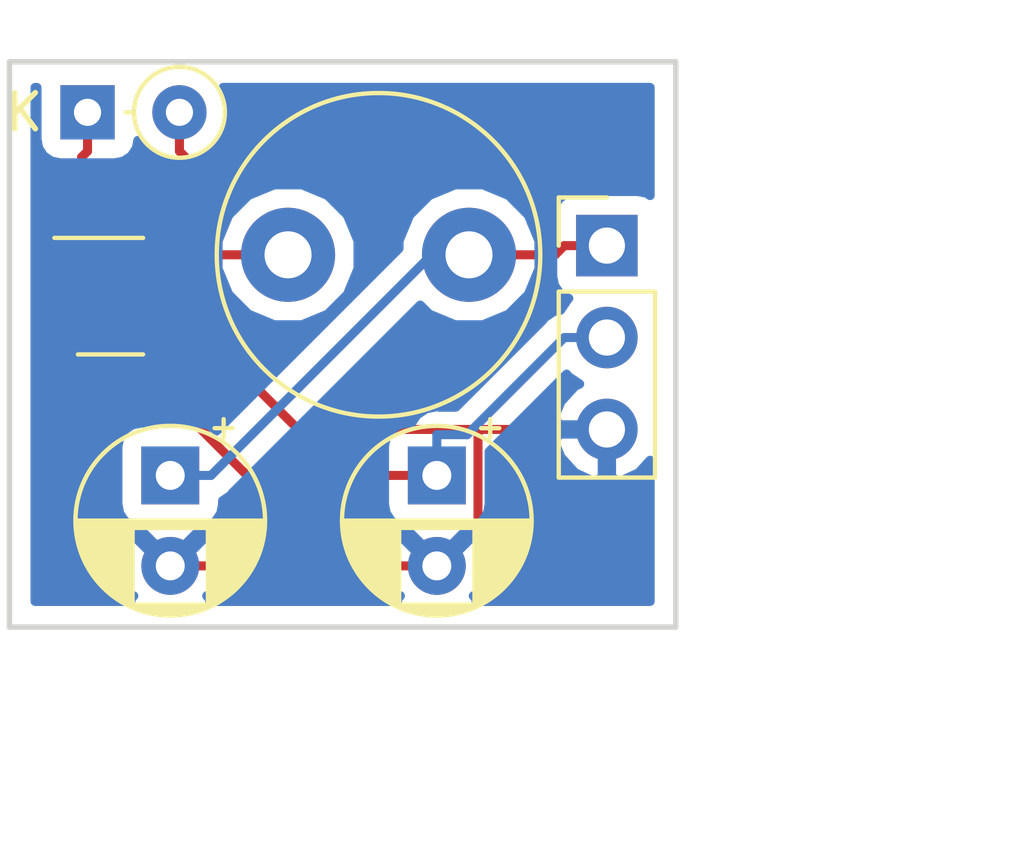
<source format=kicad_pcb>
(kicad_pcb (version 20171130) (host pcbnew 5.0.2+dfsg1-1~bpo9+1)

  (general
    (thickness 1.6)
    (drawings 6)
    (tracks 34)
    (zones 0)
    (modules 6)
    (nets 6)
  )

  (page A4)
  (layers
    (0 F.Cu signal)
    (31 B.Cu signal)
    (32 B.Adhes user)
    (33 F.Adhes user)
    (34 B.Paste user)
    (35 F.Paste user)
    (36 B.SilkS user)
    (37 F.SilkS user)
    (38 B.Mask user)
    (39 F.Mask user)
    (40 Dwgs.User user)
    (41 Cmts.User user)
    (42 Eco1.User user)
    (43 Eco2.User user)
    (44 Edge.Cuts user)
    (45 Margin user)
    (46 B.CrtYd user)
    (47 F.CrtYd user)
    (48 B.Fab user)
    (49 F.Fab user)
  )

  (setup
    (last_trace_width 0.25)
    (trace_clearance 0.2)
    (zone_clearance 0.508)
    (zone_45_only no)
    (trace_min 0.2)
    (segment_width 0.2)
    (edge_width 0.15)
    (via_size 0.8)
    (via_drill 0.4)
    (via_min_size 0.4)
    (via_min_drill 0.3)
    (uvia_size 0.3)
    (uvia_drill 0.1)
    (uvias_allowed no)
    (uvia_min_size 0.2)
    (uvia_min_drill 0.1)
    (pcb_text_width 0.3)
    (pcb_text_size 1.5 1.5)
    (mod_edge_width 0.15)
    (mod_text_size 1 1)
    (mod_text_width 0.15)
    (pad_size 1.524 1.524)
    (pad_drill 0.762)
    (pad_to_mask_clearance 0.051)
    (solder_mask_min_width 0.25)
    (aux_axis_origin 0 0)
    (visible_elements FFFFFF7F)
    (pcbplotparams
      (layerselection 0x010fc_ffffffff)
      (usegerberextensions true)
      (usegerberattributes false)
      (usegerberadvancedattributes false)
      (creategerberjobfile false)
      (excludeedgelayer true)
      (linewidth 0.100000)
      (plotframeref false)
      (viasonmask false)
      (mode 1)
      (useauxorigin false)
      (hpglpennumber 1)
      (hpglpenspeed 20)
      (hpglpendiameter 15.000000)
      (psnegative false)
      (psa4output false)
      (plotreference true)
      (plotvalue true)
      (plotinvisibletext true)
      (padsonsilk false)
      (subtractmaskfromsilk false)
      (outputformat 1)
      (mirror false)
      (drillshape 0)
      (scaleselection 1)
      (outputdirectory "gerbers"))
  )

  (net 0 "")
  (net 1 /Vout)
  (net 2 "Net-(U1-Pad3)")
  (net 3 GND)
  (net 4 "Net-(D1-Pad2)")
  (net 5 /Vin)

  (net_class Default "This is the default net class."
    (clearance 0.2)
    (trace_width 0.25)
    (via_dia 0.8)
    (via_drill 0.4)
    (uvia_dia 0.3)
    (uvia_drill 0.1)
    (add_net /Vin)
    (add_net /Vout)
    (add_net GND)
    (add_net "Net-(D1-Pad2)")
    (add_net "Net-(U1-Pad3)")
  )

  (module Diode_THT:D_DO-34_SOD68_P2.54mm_Vertical_KathodeUp (layer F.Cu) (tedit 5F118678) (tstamp 5F2A5A4F)
    (at 132.461 70.104)
    (descr "Diode, DO-34_SOD68 series, Axial, Vertical, pin pitch=2.54mm, , length*diameter=3.04*1.6mm^2, , https://www.nxp.com/docs/en/data-sheet/KTY83_SER.pdf")
    (tags "Diode DO-34_SOD68 series Axial Vertical pin pitch 2.54mm  length 3.04mm diameter 1.6mm")
    (path /5F106566)
    (fp_text reference D1 (at 1.27 -2.25566) (layer F.SilkS) hide
      (effects (font (size 1 1) (thickness 0.15)))
    )
    (fp_text value BAT85 (at 1.27 2.14466) (layer F.Fab)
      (effects (font (size 1 1) (thickness 0.15)))
    )
    (fp_circle (center 2.54 0) (end 3.34 0) (layer F.Fab) (width 0.1))
    (fp_circle (center 2.54 0) (end 3.79566 0) (layer F.SilkS) (width 0.12))
    (fp_line (start 0 0) (end 2.54 0) (layer F.Fab) (width 0.1))
    (fp_line (start 1.28434 0) (end 1.05 0) (layer F.SilkS) (width 0.12))
    (fp_line (start -1 -1.05) (end -1 1.05) (layer F.CrtYd) (width 0.05))
    (fp_line (start -1 1.05) (end 3.59 1.05) (layer F.CrtYd) (width 0.05))
    (fp_line (start 3.59 1.05) (end 3.59 -1.05) (layer F.CrtYd) (width 0.05))
    (fp_line (start 3.59 -1.05) (end -1 -1.05) (layer F.CrtYd) (width 0.05))
    (fp_text user %R (at 1.27 -2.25566) (layer F.Fab)
      (effects (font (size 1 1) (thickness 0.15)))
    )
    (fp_text user K (at -1.75 0) (layer F.Fab)
      (effects (font (size 1 1) (thickness 0.15)))
    )
    (fp_text user K (at -1.75 0) (layer F.SilkS)
      (effects (font (size 1 1) (thickness 0.15)))
    )
    (pad 1 thru_hole rect (at 0 0) (size 1.5 1.5) (drill 0.75) (layers *.Cu *.Mask)
      (net 1 /Vout))
    (pad 2 thru_hole oval (at 2.54 0) (size 1.5 1.5) (drill 0.75) (layers *.Cu *.Mask)
      (net 4 "Net-(D1-Pad2)"))
    (model ${KISYS3DMOD}/Diode_THT.3dshapes/D_DO-34_SOD68_P2.54mm_Vertical_KathodeUp.wrl
      (at (xyz 0 0 0))
      (scale (xyz 1 1 1))
      (rotate (xyz 0 0 0))
    )
  )

  (module Capacitor_THT:CP_Radial_D5.0mm_P2.50mm (layer F.Cu) (tedit 5F118264) (tstamp 5F1DFD37)
    (at 142.113 80.137 270)
    (descr "CP, Radial series, Radial, pin pitch=2.50mm, , diameter=5mm, Electrolytic Capacitor")
    (tags "CP Radial series Radial pin pitch 2.50mm  diameter 5mm Electrolytic Capacitor")
    (path /5F106832)
    (fp_text reference C2 (at 1.25 -3.75 270) (layer F.SilkS) hide
      (effects (font (size 1 1) (thickness 0.15)))
    )
    (fp_text value 47uF (at 1.25 3.75 270) (layer F.Fab)
      (effects (font (size 1 1) (thickness 0.15)))
    )
    (fp_text user %R (at 1.25 0 270) (layer F.Fab)
      (effects (font (size 1 1) (thickness 0.15)))
    )
    (fp_line (start -1.304775 -1.725) (end -1.304775 -1.225) (layer F.SilkS) (width 0.12))
    (fp_line (start -1.554775 -1.475) (end -1.054775 -1.475) (layer F.SilkS) (width 0.12))
    (fp_line (start 3.851 -0.284) (end 3.851 0.284) (layer F.SilkS) (width 0.12))
    (fp_line (start 3.811 -0.518) (end 3.811 0.518) (layer F.SilkS) (width 0.12))
    (fp_line (start 3.771 -0.677) (end 3.771 0.677) (layer F.SilkS) (width 0.12))
    (fp_line (start 3.731 -0.805) (end 3.731 0.805) (layer F.SilkS) (width 0.12))
    (fp_line (start 3.691 -0.915) (end 3.691 0.915) (layer F.SilkS) (width 0.12))
    (fp_line (start 3.651 -1.011) (end 3.651 1.011) (layer F.SilkS) (width 0.12))
    (fp_line (start 3.611 -1.098) (end 3.611 1.098) (layer F.SilkS) (width 0.12))
    (fp_line (start 3.571 -1.178) (end 3.571 1.178) (layer F.SilkS) (width 0.12))
    (fp_line (start 3.531 1.04) (end 3.531 1.251) (layer F.SilkS) (width 0.12))
    (fp_line (start 3.531 -1.251) (end 3.531 -1.04) (layer F.SilkS) (width 0.12))
    (fp_line (start 3.491 1.04) (end 3.491 1.319) (layer F.SilkS) (width 0.12))
    (fp_line (start 3.491 -1.319) (end 3.491 -1.04) (layer F.SilkS) (width 0.12))
    (fp_line (start 3.451 1.04) (end 3.451 1.383) (layer F.SilkS) (width 0.12))
    (fp_line (start 3.451 -1.383) (end 3.451 -1.04) (layer F.SilkS) (width 0.12))
    (fp_line (start 3.411 1.04) (end 3.411 1.443) (layer F.SilkS) (width 0.12))
    (fp_line (start 3.411 -1.443) (end 3.411 -1.04) (layer F.SilkS) (width 0.12))
    (fp_line (start 3.371 1.04) (end 3.371 1.5) (layer F.SilkS) (width 0.12))
    (fp_line (start 3.371 -1.5) (end 3.371 -1.04) (layer F.SilkS) (width 0.12))
    (fp_line (start 3.331 1.04) (end 3.331 1.554) (layer F.SilkS) (width 0.12))
    (fp_line (start 3.331 -1.554) (end 3.331 -1.04) (layer F.SilkS) (width 0.12))
    (fp_line (start 3.291 1.04) (end 3.291 1.605) (layer F.SilkS) (width 0.12))
    (fp_line (start 3.291 -1.605) (end 3.291 -1.04) (layer F.SilkS) (width 0.12))
    (fp_line (start 3.251 1.04) (end 3.251 1.653) (layer F.SilkS) (width 0.12))
    (fp_line (start 3.251 -1.653) (end 3.251 -1.04) (layer F.SilkS) (width 0.12))
    (fp_line (start 3.211 1.04) (end 3.211 1.699) (layer F.SilkS) (width 0.12))
    (fp_line (start 3.211 -1.699) (end 3.211 -1.04) (layer F.SilkS) (width 0.12))
    (fp_line (start 3.171 1.04) (end 3.171 1.743) (layer F.SilkS) (width 0.12))
    (fp_line (start 3.171 -1.743) (end 3.171 -1.04) (layer F.SilkS) (width 0.12))
    (fp_line (start 3.131 1.04) (end 3.131 1.785) (layer F.SilkS) (width 0.12))
    (fp_line (start 3.131 -1.785) (end 3.131 -1.04) (layer F.SilkS) (width 0.12))
    (fp_line (start 3.091 1.04) (end 3.091 1.826) (layer F.SilkS) (width 0.12))
    (fp_line (start 3.091 -1.826) (end 3.091 -1.04) (layer F.SilkS) (width 0.12))
    (fp_line (start 3.051 1.04) (end 3.051 1.864) (layer F.SilkS) (width 0.12))
    (fp_line (start 3.051 -1.864) (end 3.051 -1.04) (layer F.SilkS) (width 0.12))
    (fp_line (start 3.011 1.04) (end 3.011 1.901) (layer F.SilkS) (width 0.12))
    (fp_line (start 3.011 -1.901) (end 3.011 -1.04) (layer F.SilkS) (width 0.12))
    (fp_line (start 2.971 1.04) (end 2.971 1.937) (layer F.SilkS) (width 0.12))
    (fp_line (start 2.971 -1.937) (end 2.971 -1.04) (layer F.SilkS) (width 0.12))
    (fp_line (start 2.931 1.04) (end 2.931 1.971) (layer F.SilkS) (width 0.12))
    (fp_line (start 2.931 -1.971) (end 2.931 -1.04) (layer F.SilkS) (width 0.12))
    (fp_line (start 2.891 1.04) (end 2.891 2.004) (layer F.SilkS) (width 0.12))
    (fp_line (start 2.891 -2.004) (end 2.891 -1.04) (layer F.SilkS) (width 0.12))
    (fp_line (start 2.851 1.04) (end 2.851 2.035) (layer F.SilkS) (width 0.12))
    (fp_line (start 2.851 -2.035) (end 2.851 -1.04) (layer F.SilkS) (width 0.12))
    (fp_line (start 2.811 1.04) (end 2.811 2.065) (layer F.SilkS) (width 0.12))
    (fp_line (start 2.811 -2.065) (end 2.811 -1.04) (layer F.SilkS) (width 0.12))
    (fp_line (start 2.771 1.04) (end 2.771 2.095) (layer F.SilkS) (width 0.12))
    (fp_line (start 2.771 -2.095) (end 2.771 -1.04) (layer F.SilkS) (width 0.12))
    (fp_line (start 2.731 1.04) (end 2.731 2.122) (layer F.SilkS) (width 0.12))
    (fp_line (start 2.731 -2.122) (end 2.731 -1.04) (layer F.SilkS) (width 0.12))
    (fp_line (start 2.691 1.04) (end 2.691 2.149) (layer F.SilkS) (width 0.12))
    (fp_line (start 2.691 -2.149) (end 2.691 -1.04) (layer F.SilkS) (width 0.12))
    (fp_line (start 2.651 1.04) (end 2.651 2.175) (layer F.SilkS) (width 0.12))
    (fp_line (start 2.651 -2.175) (end 2.651 -1.04) (layer F.SilkS) (width 0.12))
    (fp_line (start 2.611 1.04) (end 2.611 2.2) (layer F.SilkS) (width 0.12))
    (fp_line (start 2.611 -2.2) (end 2.611 -1.04) (layer F.SilkS) (width 0.12))
    (fp_line (start 2.571 1.04) (end 2.571 2.224) (layer F.SilkS) (width 0.12))
    (fp_line (start 2.571 -2.224) (end 2.571 -1.04) (layer F.SilkS) (width 0.12))
    (fp_line (start 2.531 1.04) (end 2.531 2.247) (layer F.SilkS) (width 0.12))
    (fp_line (start 2.531 -2.247) (end 2.531 -1.04) (layer F.SilkS) (width 0.12))
    (fp_line (start 2.491 1.04) (end 2.491 2.268) (layer F.SilkS) (width 0.12))
    (fp_line (start 2.491 -2.268) (end 2.491 -1.04) (layer F.SilkS) (width 0.12))
    (fp_line (start 2.451 1.04) (end 2.451 2.29) (layer F.SilkS) (width 0.12))
    (fp_line (start 2.451 -2.29) (end 2.451 -1.04) (layer F.SilkS) (width 0.12))
    (fp_line (start 2.411 1.04) (end 2.411 2.31) (layer F.SilkS) (width 0.12))
    (fp_line (start 2.411 -2.31) (end 2.411 -1.04) (layer F.SilkS) (width 0.12))
    (fp_line (start 2.371 1.04) (end 2.371 2.329) (layer F.SilkS) (width 0.12))
    (fp_line (start 2.371 -2.329) (end 2.371 -1.04) (layer F.SilkS) (width 0.12))
    (fp_line (start 2.331 1.04) (end 2.331 2.348) (layer F.SilkS) (width 0.12))
    (fp_line (start 2.331 -2.348) (end 2.331 -1.04) (layer F.SilkS) (width 0.12))
    (fp_line (start 2.291 1.04) (end 2.291 2.365) (layer F.SilkS) (width 0.12))
    (fp_line (start 2.291 -2.365) (end 2.291 -1.04) (layer F.SilkS) (width 0.12))
    (fp_line (start 2.251 1.04) (end 2.251 2.382) (layer F.SilkS) (width 0.12))
    (fp_line (start 2.251 -2.382) (end 2.251 -1.04) (layer F.SilkS) (width 0.12))
    (fp_line (start 2.211 1.04) (end 2.211 2.398) (layer F.SilkS) (width 0.12))
    (fp_line (start 2.211 -2.398) (end 2.211 -1.04) (layer F.SilkS) (width 0.12))
    (fp_line (start 2.171 1.04) (end 2.171 2.414) (layer F.SilkS) (width 0.12))
    (fp_line (start 2.171 -2.414) (end 2.171 -1.04) (layer F.SilkS) (width 0.12))
    (fp_line (start 2.131 1.04) (end 2.131 2.428) (layer F.SilkS) (width 0.12))
    (fp_line (start 2.131 -2.428) (end 2.131 -1.04) (layer F.SilkS) (width 0.12))
    (fp_line (start 2.091 1.04) (end 2.091 2.442) (layer F.SilkS) (width 0.12))
    (fp_line (start 2.091 -2.442) (end 2.091 -1.04) (layer F.SilkS) (width 0.12))
    (fp_line (start 2.051 1.04) (end 2.051 2.455) (layer F.SilkS) (width 0.12))
    (fp_line (start 2.051 -2.455) (end 2.051 -1.04) (layer F.SilkS) (width 0.12))
    (fp_line (start 2.011 1.04) (end 2.011 2.468) (layer F.SilkS) (width 0.12))
    (fp_line (start 2.011 -2.468) (end 2.011 -1.04) (layer F.SilkS) (width 0.12))
    (fp_line (start 1.971 1.04) (end 1.971 2.48) (layer F.SilkS) (width 0.12))
    (fp_line (start 1.971 -2.48) (end 1.971 -1.04) (layer F.SilkS) (width 0.12))
    (fp_line (start 1.93 1.04) (end 1.93 2.491) (layer F.SilkS) (width 0.12))
    (fp_line (start 1.93 -2.491) (end 1.93 -1.04) (layer F.SilkS) (width 0.12))
    (fp_line (start 1.89 1.04) (end 1.89 2.501) (layer F.SilkS) (width 0.12))
    (fp_line (start 1.89 -2.501) (end 1.89 -1.04) (layer F.SilkS) (width 0.12))
    (fp_line (start 1.85 1.04) (end 1.85 2.511) (layer F.SilkS) (width 0.12))
    (fp_line (start 1.85 -2.511) (end 1.85 -1.04) (layer F.SilkS) (width 0.12))
    (fp_line (start 1.81 1.04) (end 1.81 2.52) (layer F.SilkS) (width 0.12))
    (fp_line (start 1.81 -2.52) (end 1.81 -1.04) (layer F.SilkS) (width 0.12))
    (fp_line (start 1.77 1.04) (end 1.77 2.528) (layer F.SilkS) (width 0.12))
    (fp_line (start 1.77 -2.528) (end 1.77 -1.04) (layer F.SilkS) (width 0.12))
    (fp_line (start 1.73 1.04) (end 1.73 2.536) (layer F.SilkS) (width 0.12))
    (fp_line (start 1.73 -2.536) (end 1.73 -1.04) (layer F.SilkS) (width 0.12))
    (fp_line (start 1.69 1.04) (end 1.69 2.543) (layer F.SilkS) (width 0.12))
    (fp_line (start 1.69 -2.543) (end 1.69 -1.04) (layer F.SilkS) (width 0.12))
    (fp_line (start 1.65 1.04) (end 1.65 2.55) (layer F.SilkS) (width 0.12))
    (fp_line (start 1.65 -2.55) (end 1.65 -1.04) (layer F.SilkS) (width 0.12))
    (fp_line (start 1.61 1.04) (end 1.61 2.556) (layer F.SilkS) (width 0.12))
    (fp_line (start 1.61 -2.556) (end 1.61 -1.04) (layer F.SilkS) (width 0.12))
    (fp_line (start 1.57 1.04) (end 1.57 2.561) (layer F.SilkS) (width 0.12))
    (fp_line (start 1.57 -2.561) (end 1.57 -1.04) (layer F.SilkS) (width 0.12))
    (fp_line (start 1.53 1.04) (end 1.53 2.565) (layer F.SilkS) (width 0.12))
    (fp_line (start 1.53 -2.565) (end 1.53 -1.04) (layer F.SilkS) (width 0.12))
    (fp_line (start 1.49 1.04) (end 1.49 2.569) (layer F.SilkS) (width 0.12))
    (fp_line (start 1.49 -2.569) (end 1.49 -1.04) (layer F.SilkS) (width 0.12))
    (fp_line (start 1.45 -2.573) (end 1.45 2.573) (layer F.SilkS) (width 0.12))
    (fp_line (start 1.41 -2.576) (end 1.41 2.576) (layer F.SilkS) (width 0.12))
    (fp_line (start 1.37 -2.578) (end 1.37 2.578) (layer F.SilkS) (width 0.12))
    (fp_line (start 1.33 -2.579) (end 1.33 2.579) (layer F.SilkS) (width 0.12))
    (fp_line (start 1.29 -2.58) (end 1.29 2.58) (layer F.SilkS) (width 0.12))
    (fp_line (start 1.25 -2.58) (end 1.25 2.58) (layer F.SilkS) (width 0.12))
    (fp_line (start -0.633605 -1.3375) (end -0.633605 -0.8375) (layer F.Fab) (width 0.1))
    (fp_line (start -0.883605 -1.0875) (end -0.383605 -1.0875) (layer F.Fab) (width 0.1))
    (fp_circle (center 1.25 0) (end 4 0) (layer F.CrtYd) (width 0.05))
    (fp_circle (center 1.25 0) (end 3.87 0) (layer F.SilkS) (width 0.12))
    (fp_circle (center 1.25 0) (end 3.75 0) (layer F.Fab) (width 0.1))
    (pad 2 thru_hole circle (at 2.5 0 270) (size 1.6 1.6) (drill 0.8) (layers *.Cu *.Mask)
      (net 3 GND))
    (pad 1 thru_hole rect (at 0 0 270) (size 1.6 1.6) (drill 0.8) (layers *.Cu *.Mask)
      (net 1 /Vout))
    (model ${KISYS3DMOD}/Capacitor_THT.3dshapes/CP_Radial_D5.0mm_P2.50mm.wrl
      (at (xyz 0 0 0))
      (scale (xyz 1 1 1))
      (rotate (xyz 0 0 0))
    )
  )

  (module Capacitor_THT:CP_Radial_D5.0mm_P2.50mm (layer F.Cu) (tedit 5F1182F4) (tstamp 5F1DFCB3)
    (at 134.747 80.137 270)
    (descr "CP, Radial series, Radial, pin pitch=2.50mm, , diameter=5mm, Electrolytic Capacitor")
    (tags "CP Radial series Radial pin pitch 2.50mm  diameter 5mm Electrolytic Capacitor")
    (path /5F106856)
    (fp_text reference C1 (at 1.25 -3.75 270) (layer F.SilkS) hide
      (effects (font (size 1 1) (thickness 0.15)))
    )
    (fp_text value 10uF (at 1.25 3.75 270) (layer F.Fab)
      (effects (font (size 1 1) (thickness 0.15)))
    )
    (fp_circle (center 1.25 0) (end 3.75 0) (layer F.Fab) (width 0.1))
    (fp_circle (center 1.25 0) (end 3.87 0) (layer F.SilkS) (width 0.12))
    (fp_circle (center 1.25 0) (end 4 0) (layer F.CrtYd) (width 0.05))
    (fp_line (start -0.883605 -1.0875) (end -0.383605 -1.0875) (layer F.Fab) (width 0.1))
    (fp_line (start -0.633605 -1.3375) (end -0.633605 -0.8375) (layer F.Fab) (width 0.1))
    (fp_line (start 1.25 -2.58) (end 1.25 2.58) (layer F.SilkS) (width 0.12))
    (fp_line (start 1.29 -2.58) (end 1.29 2.58) (layer F.SilkS) (width 0.12))
    (fp_line (start 1.33 -2.579) (end 1.33 2.579) (layer F.SilkS) (width 0.12))
    (fp_line (start 1.37 -2.578) (end 1.37 2.578) (layer F.SilkS) (width 0.12))
    (fp_line (start 1.41 -2.576) (end 1.41 2.576) (layer F.SilkS) (width 0.12))
    (fp_line (start 1.45 -2.573) (end 1.45 2.573) (layer F.SilkS) (width 0.12))
    (fp_line (start 1.49 -2.569) (end 1.49 -1.04) (layer F.SilkS) (width 0.12))
    (fp_line (start 1.49 1.04) (end 1.49 2.569) (layer F.SilkS) (width 0.12))
    (fp_line (start 1.53 -2.565) (end 1.53 -1.04) (layer F.SilkS) (width 0.12))
    (fp_line (start 1.53 1.04) (end 1.53 2.565) (layer F.SilkS) (width 0.12))
    (fp_line (start 1.57 -2.561) (end 1.57 -1.04) (layer F.SilkS) (width 0.12))
    (fp_line (start 1.57 1.04) (end 1.57 2.561) (layer F.SilkS) (width 0.12))
    (fp_line (start 1.61 -2.556) (end 1.61 -1.04) (layer F.SilkS) (width 0.12))
    (fp_line (start 1.61 1.04) (end 1.61 2.556) (layer F.SilkS) (width 0.12))
    (fp_line (start 1.65 -2.55) (end 1.65 -1.04) (layer F.SilkS) (width 0.12))
    (fp_line (start 1.65 1.04) (end 1.65 2.55) (layer F.SilkS) (width 0.12))
    (fp_line (start 1.69 -2.543) (end 1.69 -1.04) (layer F.SilkS) (width 0.12))
    (fp_line (start 1.69 1.04) (end 1.69 2.543) (layer F.SilkS) (width 0.12))
    (fp_line (start 1.73 -2.536) (end 1.73 -1.04) (layer F.SilkS) (width 0.12))
    (fp_line (start 1.73 1.04) (end 1.73 2.536) (layer F.SilkS) (width 0.12))
    (fp_line (start 1.77 -2.528) (end 1.77 -1.04) (layer F.SilkS) (width 0.12))
    (fp_line (start 1.77 1.04) (end 1.77 2.528) (layer F.SilkS) (width 0.12))
    (fp_line (start 1.81 -2.52) (end 1.81 -1.04) (layer F.SilkS) (width 0.12))
    (fp_line (start 1.81 1.04) (end 1.81 2.52) (layer F.SilkS) (width 0.12))
    (fp_line (start 1.85 -2.511) (end 1.85 -1.04) (layer F.SilkS) (width 0.12))
    (fp_line (start 1.85 1.04) (end 1.85 2.511) (layer F.SilkS) (width 0.12))
    (fp_line (start 1.89 -2.501) (end 1.89 -1.04) (layer F.SilkS) (width 0.12))
    (fp_line (start 1.89 1.04) (end 1.89 2.501) (layer F.SilkS) (width 0.12))
    (fp_line (start 1.93 -2.491) (end 1.93 -1.04) (layer F.SilkS) (width 0.12))
    (fp_line (start 1.93 1.04) (end 1.93 2.491) (layer F.SilkS) (width 0.12))
    (fp_line (start 1.971 -2.48) (end 1.971 -1.04) (layer F.SilkS) (width 0.12))
    (fp_line (start 1.971 1.04) (end 1.971 2.48) (layer F.SilkS) (width 0.12))
    (fp_line (start 2.011 -2.468) (end 2.011 -1.04) (layer F.SilkS) (width 0.12))
    (fp_line (start 2.011 1.04) (end 2.011 2.468) (layer F.SilkS) (width 0.12))
    (fp_line (start 2.051 -2.455) (end 2.051 -1.04) (layer F.SilkS) (width 0.12))
    (fp_line (start 2.051 1.04) (end 2.051 2.455) (layer F.SilkS) (width 0.12))
    (fp_line (start 2.091 -2.442) (end 2.091 -1.04) (layer F.SilkS) (width 0.12))
    (fp_line (start 2.091 1.04) (end 2.091 2.442) (layer F.SilkS) (width 0.12))
    (fp_line (start 2.131 -2.428) (end 2.131 -1.04) (layer F.SilkS) (width 0.12))
    (fp_line (start 2.131 1.04) (end 2.131 2.428) (layer F.SilkS) (width 0.12))
    (fp_line (start 2.171 -2.414) (end 2.171 -1.04) (layer F.SilkS) (width 0.12))
    (fp_line (start 2.171 1.04) (end 2.171 2.414) (layer F.SilkS) (width 0.12))
    (fp_line (start 2.211 -2.398) (end 2.211 -1.04) (layer F.SilkS) (width 0.12))
    (fp_line (start 2.211 1.04) (end 2.211 2.398) (layer F.SilkS) (width 0.12))
    (fp_line (start 2.251 -2.382) (end 2.251 -1.04) (layer F.SilkS) (width 0.12))
    (fp_line (start 2.251 1.04) (end 2.251 2.382) (layer F.SilkS) (width 0.12))
    (fp_line (start 2.291 -2.365) (end 2.291 -1.04) (layer F.SilkS) (width 0.12))
    (fp_line (start 2.291 1.04) (end 2.291 2.365) (layer F.SilkS) (width 0.12))
    (fp_line (start 2.331 -2.348) (end 2.331 -1.04) (layer F.SilkS) (width 0.12))
    (fp_line (start 2.331 1.04) (end 2.331 2.348) (layer F.SilkS) (width 0.12))
    (fp_line (start 2.371 -2.329) (end 2.371 -1.04) (layer F.SilkS) (width 0.12))
    (fp_line (start 2.371 1.04) (end 2.371 2.329) (layer F.SilkS) (width 0.12))
    (fp_line (start 2.411 -2.31) (end 2.411 -1.04) (layer F.SilkS) (width 0.12))
    (fp_line (start 2.411 1.04) (end 2.411 2.31) (layer F.SilkS) (width 0.12))
    (fp_line (start 2.451 -2.29) (end 2.451 -1.04) (layer F.SilkS) (width 0.12))
    (fp_line (start 2.451 1.04) (end 2.451 2.29) (layer F.SilkS) (width 0.12))
    (fp_line (start 2.491 -2.268) (end 2.491 -1.04) (layer F.SilkS) (width 0.12))
    (fp_line (start 2.491 1.04) (end 2.491 2.268) (layer F.SilkS) (width 0.12))
    (fp_line (start 2.531 -2.247) (end 2.531 -1.04) (layer F.SilkS) (width 0.12))
    (fp_line (start 2.531 1.04) (end 2.531 2.247) (layer F.SilkS) (width 0.12))
    (fp_line (start 2.571 -2.224) (end 2.571 -1.04) (layer F.SilkS) (width 0.12))
    (fp_line (start 2.571 1.04) (end 2.571 2.224) (layer F.SilkS) (width 0.12))
    (fp_line (start 2.611 -2.2) (end 2.611 -1.04) (layer F.SilkS) (width 0.12))
    (fp_line (start 2.611 1.04) (end 2.611 2.2) (layer F.SilkS) (width 0.12))
    (fp_line (start 2.651 -2.175) (end 2.651 -1.04) (layer F.SilkS) (width 0.12))
    (fp_line (start 2.651 1.04) (end 2.651 2.175) (layer F.SilkS) (width 0.12))
    (fp_line (start 2.691 -2.149) (end 2.691 -1.04) (layer F.SilkS) (width 0.12))
    (fp_line (start 2.691 1.04) (end 2.691 2.149) (layer F.SilkS) (width 0.12))
    (fp_line (start 2.731 -2.122) (end 2.731 -1.04) (layer F.SilkS) (width 0.12))
    (fp_line (start 2.731 1.04) (end 2.731 2.122) (layer F.SilkS) (width 0.12))
    (fp_line (start 2.771 -2.095) (end 2.771 -1.04) (layer F.SilkS) (width 0.12))
    (fp_line (start 2.771 1.04) (end 2.771 2.095) (layer F.SilkS) (width 0.12))
    (fp_line (start 2.811 -2.065) (end 2.811 -1.04) (layer F.SilkS) (width 0.12))
    (fp_line (start 2.811 1.04) (end 2.811 2.065) (layer F.SilkS) (width 0.12))
    (fp_line (start 2.851 -2.035) (end 2.851 -1.04) (layer F.SilkS) (width 0.12))
    (fp_line (start 2.851 1.04) (end 2.851 2.035) (layer F.SilkS) (width 0.12))
    (fp_line (start 2.891 -2.004) (end 2.891 -1.04) (layer F.SilkS) (width 0.12))
    (fp_line (start 2.891 1.04) (end 2.891 2.004) (layer F.SilkS) (width 0.12))
    (fp_line (start 2.931 -1.971) (end 2.931 -1.04) (layer F.SilkS) (width 0.12))
    (fp_line (start 2.931 1.04) (end 2.931 1.971) (layer F.SilkS) (width 0.12))
    (fp_line (start 2.971 -1.937) (end 2.971 -1.04) (layer F.SilkS) (width 0.12))
    (fp_line (start 2.971 1.04) (end 2.971 1.937) (layer F.SilkS) (width 0.12))
    (fp_line (start 3.011 -1.901) (end 3.011 -1.04) (layer F.SilkS) (width 0.12))
    (fp_line (start 3.011 1.04) (end 3.011 1.901) (layer F.SilkS) (width 0.12))
    (fp_line (start 3.051 -1.864) (end 3.051 -1.04) (layer F.SilkS) (width 0.12))
    (fp_line (start 3.051 1.04) (end 3.051 1.864) (layer F.SilkS) (width 0.12))
    (fp_line (start 3.091 -1.826) (end 3.091 -1.04) (layer F.SilkS) (width 0.12))
    (fp_line (start 3.091 1.04) (end 3.091 1.826) (layer F.SilkS) (width 0.12))
    (fp_line (start 3.131 -1.785) (end 3.131 -1.04) (layer F.SilkS) (width 0.12))
    (fp_line (start 3.131 1.04) (end 3.131 1.785) (layer F.SilkS) (width 0.12))
    (fp_line (start 3.171 -1.743) (end 3.171 -1.04) (layer F.SilkS) (width 0.12))
    (fp_line (start 3.171 1.04) (end 3.171 1.743) (layer F.SilkS) (width 0.12))
    (fp_line (start 3.211 -1.699) (end 3.211 -1.04) (layer F.SilkS) (width 0.12))
    (fp_line (start 3.211 1.04) (end 3.211 1.699) (layer F.SilkS) (width 0.12))
    (fp_line (start 3.251 -1.653) (end 3.251 -1.04) (layer F.SilkS) (width 0.12))
    (fp_line (start 3.251 1.04) (end 3.251 1.653) (layer F.SilkS) (width 0.12))
    (fp_line (start 3.291 -1.605) (end 3.291 -1.04) (layer F.SilkS) (width 0.12))
    (fp_line (start 3.291 1.04) (end 3.291 1.605) (layer F.SilkS) (width 0.12))
    (fp_line (start 3.331 -1.554) (end 3.331 -1.04) (layer F.SilkS) (width 0.12))
    (fp_line (start 3.331 1.04) (end 3.331 1.554) (layer F.SilkS) (width 0.12))
    (fp_line (start 3.371 -1.5) (end 3.371 -1.04) (layer F.SilkS) (width 0.12))
    (fp_line (start 3.371 1.04) (end 3.371 1.5) (layer F.SilkS) (width 0.12))
    (fp_line (start 3.411 -1.443) (end 3.411 -1.04) (layer F.SilkS) (width 0.12))
    (fp_line (start 3.411 1.04) (end 3.411 1.443) (layer F.SilkS) (width 0.12))
    (fp_line (start 3.451 -1.383) (end 3.451 -1.04) (layer F.SilkS) (width 0.12))
    (fp_line (start 3.451 1.04) (end 3.451 1.383) (layer F.SilkS) (width 0.12))
    (fp_line (start 3.491 -1.319) (end 3.491 -1.04) (layer F.SilkS) (width 0.12))
    (fp_line (start 3.491 1.04) (end 3.491 1.319) (layer F.SilkS) (width 0.12))
    (fp_line (start 3.531 -1.251) (end 3.531 -1.04) (layer F.SilkS) (width 0.12))
    (fp_line (start 3.531 1.04) (end 3.531 1.251) (layer F.SilkS) (width 0.12))
    (fp_line (start 3.571 -1.178) (end 3.571 1.178) (layer F.SilkS) (width 0.12))
    (fp_line (start 3.611 -1.098) (end 3.611 1.098) (layer F.SilkS) (width 0.12))
    (fp_line (start 3.651 -1.011) (end 3.651 1.011) (layer F.SilkS) (width 0.12))
    (fp_line (start 3.691 -0.915) (end 3.691 0.915) (layer F.SilkS) (width 0.12))
    (fp_line (start 3.731 -0.805) (end 3.731 0.805) (layer F.SilkS) (width 0.12))
    (fp_line (start 3.771 -0.677) (end 3.771 0.677) (layer F.SilkS) (width 0.12))
    (fp_line (start 3.811 -0.518) (end 3.811 0.518) (layer F.SilkS) (width 0.12))
    (fp_line (start 3.851 -0.284) (end 3.851 0.284) (layer F.SilkS) (width 0.12))
    (fp_line (start -1.554775 -1.475) (end -1.054775 -1.475) (layer F.SilkS) (width 0.12))
    (fp_line (start -1.304775 -1.725) (end -1.304775 -1.225) (layer F.SilkS) (width 0.12))
    (fp_text user %R (at 1.25 0 270) (layer F.Fab)
      (effects (font (size 1 1) (thickness 0.15)))
    )
    (pad 1 thru_hole rect (at 0 0 270) (size 1.6 1.6) (drill 0.8) (layers *.Cu *.Mask)
      (net 5 /Vin))
    (pad 2 thru_hole circle (at 2.5 0 270) (size 1.6 1.6) (drill 0.8) (layers *.Cu *.Mask)
      (net 3 GND))
    (model ${KISYS3DMOD}/Capacitor_THT.3dshapes/CP_Radial_D5.0mm_P2.50mm.wrl
      (at (xyz 0 0 0))
      (scale (xyz 1 1 1))
      (rotate (xyz 0 0 0))
    )
  )

  (module Connector_PinHeader_2.54mm:PinHeader_1x03_P2.54mm_Vertical (layer F.Cu) (tedit 5F118496) (tstamp 5F1E009E)
    (at 146.812 73.787)
    (descr "Through hole straight pin header, 1x03, 2.54mm pitch, single row")
    (tags "Through hole pin header THT 1x03 2.54mm single row")
    (path /5F1073A2)
    (fp_text reference J1 (at 0 -2.33) (layer F.SilkS) hide
      (effects (font (size 1 1) (thickness 0.15)))
    )
    (fp_text value Conn_01x03_Female (at 0 7.41) (layer F.Fab) hide
      (effects (font (size 1 1) (thickness 0.15)))
    )
    (fp_line (start -0.635 -1.27) (end 1.27 -1.27) (layer F.Fab) (width 0.1))
    (fp_line (start 1.27 -1.27) (end 1.27 6.35) (layer F.Fab) (width 0.1))
    (fp_line (start 1.27 6.35) (end -1.27 6.35) (layer F.Fab) (width 0.1))
    (fp_line (start -1.27 6.35) (end -1.27 -0.635) (layer F.Fab) (width 0.1))
    (fp_line (start -1.27 -0.635) (end -0.635 -1.27) (layer F.Fab) (width 0.1))
    (fp_line (start -1.33 6.41) (end 1.33 6.41) (layer F.SilkS) (width 0.12))
    (fp_line (start -1.33 1.27) (end -1.33 6.41) (layer F.SilkS) (width 0.12))
    (fp_line (start 1.33 1.27) (end 1.33 6.41) (layer F.SilkS) (width 0.12))
    (fp_line (start -1.33 1.27) (end 1.33 1.27) (layer F.SilkS) (width 0.12))
    (fp_line (start -1.33 0) (end -1.33 -1.33) (layer F.SilkS) (width 0.12))
    (fp_line (start -1.33 -1.33) (end 0 -1.33) (layer F.SilkS) (width 0.12))
    (fp_line (start -1.8 -1.8) (end -1.8 6.85) (layer F.CrtYd) (width 0.05))
    (fp_line (start -1.8 6.85) (end 1.8 6.85) (layer F.CrtYd) (width 0.05))
    (fp_line (start 1.8 6.85) (end 1.8 -1.8) (layer F.CrtYd) (width 0.05))
    (fp_line (start 1.8 -1.8) (end -1.8 -1.8) (layer F.CrtYd) (width 0.05))
    (fp_text user %R (at 0 2.54 90) (layer F.Fab)
      (effects (font (size 1 1) (thickness 0.15)))
    )
    (pad 1 thru_hole rect (at 0 0) (size 1.7 1.7) (drill 1) (layers *.Cu *.Mask)
      (net 5 /Vin))
    (pad 2 thru_hole oval (at 0 2.54) (size 1.7 1.7) (drill 1) (layers *.Cu *.Mask)
      (net 1 /Vout))
    (pad 3 thru_hole oval (at 0 5.08) (size 1.7 1.7) (drill 1) (layers *.Cu *.Mask)
      (net 3 GND))
    (model ${KISYS3DMOD}/Connector_PinHeader_2.54mm.3dshapes/PinHeader_1x03_P2.54mm_Vertical.wrl
      (at (xyz 0 0 0))
      (scale (xyz 1 1 1))
      (rotate (xyz 0 0 0))
    )
  )

  (module Inductor_THT:L_Radial_D8.7mm_P5.00mm_Fastron_07HCP (layer F.Cu) (tedit 5F118566) (tstamp 5F1DFBF9)
    (at 143.002 74.041 180)
    (descr "Inductor, Radial series, Radial, pin pitch=5.00mm, , diameter=8.7mm, Fastron, 07HCP, http://cdn-reichelt.de/documents/datenblatt/B400/DS_07HCP.pdf")
    (tags "Inductor Radial series Radial pin pitch 5.00mm  diameter 8.7mm Fastron 07HCP")
    (path /5F1064A5)
    (fp_text reference L1 (at 2.5 -5.6 180) (layer F.SilkS) hide
      (effects (font (size 1 1) (thickness 0.15)))
    )
    (fp_text value 47uH (at 2.5 2 180) (layer F.Fab)
      (effects (font (size 1 1) (thickness 0.15)))
    )
    (fp_circle (center 2.5 0) (end 6.85 0) (layer F.Fab) (width 0.1))
    (fp_circle (center 2.5 0) (end 6.97 0) (layer F.SilkS) (width 0.12))
    (fp_circle (center 2.5 0) (end 7.1 0) (layer F.CrtYd) (width 0.05))
    (fp_text user %R (at 2.5 0 180) (layer F.Fab)
      (effects (font (size 1 1) (thickness 0.15)))
    )
    (pad 1 thru_hole circle (at 0 0 180) (size 2.6 2.6) (drill 1.3) (layers *.Cu *.Mask)
      (net 5 /Vin))
    (pad 2 thru_hole circle (at 5 0 180) (size 2.6 2.6) (drill 1.3) (layers *.Cu *.Mask)
      (net 4 "Net-(D1-Pad2)"))
    (model ${KISYS3DMOD}/Inductor_THT.3dshapes/L_Radial_D8.7mm_P5.00mm_Fastron_07HCP.wrl
      (at (xyz 0 0 0))
      (scale (xyz 1 1 1))
      (rotate (xyz 0 0 0))
    )
  )

  (module Package_TO_SOT_SMD:SOT-23-5_HandSoldering (layer F.Cu) (tedit 5F11865C) (tstamp 5F1DFBEF)
    (at 133.096 75.184)
    (descr "5-pin SOT23 package")
    (tags "SOT-23-5 hand-soldering")
    (path /5F1078BF)
    (attr smd)
    (fp_text reference U1 (at 0 -2.9) (layer F.SilkS) hide
      (effects (font (size 1 1) (thickness 0.15)))
    )
    (fp_text value NCP1402 (at 0.5 2.9) (layer F.Fab)
      (effects (font (size 1 1) (thickness 0.15)))
    )
    (fp_text user %R (at 0 0 90) (layer F.Fab)
      (effects (font (size 0.5 0.5) (thickness 0.075)))
    )
    (fp_line (start -0.9 1.61) (end 0.9 1.61) (layer F.SilkS) (width 0.12))
    (fp_line (start 0.9 -1.61) (end -1.55 -1.61) (layer F.SilkS) (width 0.12))
    (fp_line (start -0.9 -0.9) (end -0.25 -1.55) (layer F.Fab) (width 0.1))
    (fp_line (start 0.9 -1.55) (end -0.25 -1.55) (layer F.Fab) (width 0.1))
    (fp_line (start -0.9 -0.9) (end -0.9 1.55) (layer F.Fab) (width 0.1))
    (fp_line (start 0.9 1.55) (end -0.9 1.55) (layer F.Fab) (width 0.1))
    (fp_line (start 0.9 -1.55) (end 0.9 1.55) (layer F.Fab) (width 0.1))
    (fp_line (start -2.38 -1.8) (end 2.38 -1.8) (layer F.CrtYd) (width 0.05))
    (fp_line (start -2.38 -1.8) (end -2.38 1.8) (layer F.CrtYd) (width 0.05))
    (fp_line (start 2.38 1.8) (end 2.38 -1.8) (layer F.CrtYd) (width 0.05))
    (fp_line (start 2.38 1.8) (end -2.38 1.8) (layer F.CrtYd) (width 0.05))
    (pad 1 smd rect (at -1.35 -0.95) (size 1.56 0.65) (layers F.Cu F.Paste F.Mask)
      (net 1 /Vout))
    (pad 2 smd rect (at -1.35 0) (size 1.56 0.65) (layers F.Cu F.Paste F.Mask)
      (net 1 /Vout))
    (pad 3 smd rect (at -1.35 0.95) (size 1.56 0.65) (layers F.Cu F.Paste F.Mask)
      (net 2 "Net-(U1-Pad3)"))
    (pad 4 smd rect (at 1.35 0.95) (size 1.56 0.65) (layers F.Cu F.Paste F.Mask)
      (net 3 GND))
    (pad 5 smd rect (at 1.35 -0.95) (size 1.56 0.65) (layers F.Cu F.Paste F.Mask)
      (net 4 "Net-(D1-Pad2)"))
    (model ${KISYS3DMOD}/Package_TO_SOT_SMD.3dshapes/SOT-23-5.wrl
      (at (xyz 0 0 0))
      (scale (xyz 1 1 1))
      (rotate (xyz 0 0 0))
    )
  )

  (dimension 18.415 (width 0.3) (layer Dwgs.User)
    (gr_text "18.415 mm" (at 139.5095 91.635) (layer Dwgs.User)
      (effects (font (size 1.5 1.5) (thickness 0.3)))
    )
    (feature1 (pts (xy 148.717 87.122) (xy 148.717 90.121421)))
    (feature2 (pts (xy 130.302 87.122) (xy 130.302 90.121421)))
    (crossbar (pts (xy 130.302 89.535) (xy 148.717 89.535)))
    (arrow1a (pts (xy 148.717 89.535) (xy 147.590496 90.121421)))
    (arrow1b (pts (xy 148.717 89.535) (xy 147.590496 88.948579)))
    (arrow2a (pts (xy 130.302 89.535) (xy 131.428504 90.121421)))
    (arrow2b (pts (xy 130.302 89.535) (xy 131.428504 88.948579)))
  )
  (dimension 15.621 (width 0.3) (layer Dwgs.User)
    (gr_text "15.621 mm" (at 156.405 76.5175 270) (layer Dwgs.User)
      (effects (font (size 1.5 1.5) (thickness 0.3)))
    )
    (feature1 (pts (xy 151.892 84.328) (xy 154.891421 84.328)))
    (feature2 (pts (xy 151.892 68.707) (xy 154.891421 68.707)))
    (crossbar (pts (xy 154.305 68.707) (xy 154.305 84.328)))
    (arrow1a (pts (xy 154.305 84.328) (xy 153.718579 83.201496)))
    (arrow1b (pts (xy 154.305 84.328) (xy 154.891421 83.201496)))
    (arrow2a (pts (xy 154.305 68.707) (xy 153.718579 69.833504)))
    (arrow2b (pts (xy 154.305 68.707) (xy 154.891421 69.833504)))
  )
  (gr_line (start 130.302 84.328) (end 130.302 68.707) (layer Edge.Cuts) (width 0.15))
  (gr_line (start 148.717 84.328) (end 130.302 84.328) (layer Edge.Cuts) (width 0.15))
  (gr_line (start 148.717 68.707) (end 148.717 84.328) (layer Edge.Cuts) (width 0.15))
  (gr_line (start 130.302 68.707) (end 148.717 68.707) (layer Edge.Cuts) (width 0.15))

  (segment (start 142.113 80.137) (end 136.8694 80.137) (width 0.25) (layer F.Cu) (net 1))
  (segment (start 136.8694 80.137) (end 132.8513 76.1189) (width 0.25) (layer F.Cu) (net 1))
  (segment (start 132.8513 76.1189) (end 132.8513 75.184) (width 0.25) (layer F.Cu) (net 1))
  (segment (start 142.113 80.137) (end 142.113 79.0117) (width 0.25) (layer B.Cu) (net 1))
  (segment (start 146.812 76.327) (end 145.6367 76.327) (width 0.25) (layer B.Cu) (net 1))
  (segment (start 145.6367 76.327) (end 142.952 79.0117) (width 0.25) (layer B.Cu) (net 1))
  (segment (start 142.952 79.0117) (end 142.113 79.0117) (width 0.25) (layer B.Cu) (net 1))
  (segment (start 132.461 70.104) (end 132.461 71.1793) (width 0.25) (layer F.Cu) (net 1))
  (segment (start 132.2987 74.234) (end 132.2987 71.3416) (width 0.25) (layer F.Cu) (net 1))
  (segment (start 132.2987 71.3416) (end 132.461 71.1793) (width 0.25) (layer F.Cu) (net 1))
  (segment (start 132.2987 74.234) (end 132.8513 74.234) (width 0.25) (layer F.Cu) (net 1))
  (segment (start 131.746 74.234) (end 132.2987 74.234) (width 0.25) (layer F.Cu) (net 1))
  (segment (start 131.746 75.184) (end 132.8513 75.184) (width 0.25) (layer F.Cu) (net 1))
  (segment (start 132.8513 75.184) (end 132.8513 74.234) (width 0.25) (layer F.Cu) (net 1))
  (segment (start 143.2503 78.867) (end 146.812 78.867) (width 0.25) (layer F.Cu) (net 3))
  (segment (start 135.5513 76.134) (end 138.2843 78.867) (width 0.25) (layer F.Cu) (net 3))
  (segment (start 138.2843 78.867) (end 143.2503 78.867) (width 0.25) (layer F.Cu) (net 3))
  (segment (start 143.2503 78.867) (end 143.2503 81.4997) (width 0.25) (layer F.Cu) (net 3))
  (segment (start 143.2503 81.4997) (end 142.113 82.637) (width 0.25) (layer F.Cu) (net 3))
  (segment (start 134.446 76.134) (end 135.5513 76.134) (width 0.25) (layer F.Cu) (net 3))
  (segment (start 134.747 82.637) (end 142.113 82.637) (width 0.25) (layer F.Cu) (net 3))
  (segment (start 134.446 74.234) (end 135.5513 74.234) (width 0.25) (layer F.Cu) (net 4))
  (segment (start 135.001 70.104) (end 135.001 71.1793) (width 0.25) (layer F.Cu) (net 4))
  (segment (start 135.6056 74.041) (end 135.6056 71.7839) (width 0.25) (layer F.Cu) (net 4))
  (segment (start 135.6056 71.7839) (end 135.001 71.1793) (width 0.25) (layer F.Cu) (net 4))
  (segment (start 135.5513 74.234) (end 135.5513 74.0953) (width 0.25) (layer F.Cu) (net 4))
  (segment (start 135.5513 74.0953) (end 135.6056 74.041) (width 0.25) (layer F.Cu) (net 4))
  (segment (start 135.6056 74.041) (end 138.002 74.041) (width 0.25) (layer F.Cu) (net 4))
  (segment (start 134.747 80.137) (end 135.8723 80.137) (width 0.25) (layer B.Cu) (net 5))
  (segment (start 143.002 74.041) (end 141.9683 74.041) (width 0.25) (layer B.Cu) (net 5))
  (segment (start 141.9683 74.041) (end 135.8723 80.137) (width 0.25) (layer B.Cu) (net 5))
  (segment (start 146.812 73.787) (end 145.6367 73.787) (width 0.25) (layer F.Cu) (net 5))
  (segment (start 143.002 74.041) (end 145.3827 74.041) (width 0.25) (layer F.Cu) (net 5))
  (segment (start 145.3827 74.041) (end 145.6367 73.787) (width 0.25) (layer F.Cu) (net 5))

  (zone (net 3) (net_name GND) (layer B.Cu) (tstamp 5F46626E) (hatch edge 0.508)
    (connect_pads (clearance 0.508))
    (min_thickness 0.254)
    (fill yes (arc_segments 16) (thermal_gap 0.508) (thermal_bridge_width 0.508))
    (polygon
      (pts
        (xy 130.302 68.707) (xy 148.717 68.834) (xy 148.59 84.328) (xy 130.302 84.328)
      )
    )
    (filled_polygon
      (pts
        (xy 131.06356 70.854) (xy 131.112843 71.101765) (xy 131.253191 71.311809) (xy 131.463235 71.452157) (xy 131.711 71.50144)
        (xy 133.211 71.50144) (xy 133.458765 71.452157) (xy 133.668809 71.311809) (xy 133.809157 71.101765) (xy 133.853386 70.879408)
        (xy 134.002471 71.102529) (xy 134.4606 71.408641) (xy 134.864593 71.489) (xy 135.137407 71.489) (xy 135.5414 71.408641)
        (xy 135.999529 71.102529) (xy 136.305641 70.6444) (xy 136.413133 70.104) (xy 136.305641 69.5636) (xy 136.207686 69.417)
        (xy 148.007 69.417) (xy 148.007 72.403814) (xy 147.909765 72.338843) (xy 147.662 72.28956) (xy 145.962 72.28956)
        (xy 145.714235 72.338843) (xy 145.504191 72.479191) (xy 145.363843 72.689235) (xy 145.31456 72.937) (xy 145.31456 74.637)
        (xy 145.363843 74.884765) (xy 145.504191 75.094809) (xy 145.714235 75.235157) (xy 145.759619 75.244184) (xy 145.741375 75.256375)
        (xy 145.529526 75.573429) (xy 145.340163 75.611096) (xy 145.088771 75.779071) (xy 145.046371 75.842527) (xy 142.637199 78.2517)
        (xy 142.187852 78.2517) (xy 142.113 78.236811) (xy 142.038148 78.2517) (xy 141.816463 78.295796) (xy 141.565071 78.463771)
        (xy 141.414203 78.68956) (xy 141.313 78.68956) (xy 141.065235 78.738843) (xy 140.855191 78.879191) (xy 140.714843 79.089235)
        (xy 140.66556 79.337) (xy 140.66556 80.937) (xy 140.714843 81.184765) (xy 140.855191 81.394809) (xy 141.065235 81.535157)
        (xy 141.299187 81.581693) (xy 141.284861 81.629255) (xy 142.113 82.457395) (xy 142.941139 81.629255) (xy 142.926813 81.581693)
        (xy 143.160765 81.535157) (xy 143.370809 81.394809) (xy 143.511157 81.184765) (xy 143.56044 80.937) (xy 143.56044 79.478061)
        (xy 143.814611 79.22389) (xy 145.370524 79.22389) (xy 145.540355 79.633924) (xy 145.930642 80.062183) (xy 146.455108 80.308486)
        (xy 146.685 80.187819) (xy 146.685 78.994) (xy 145.491845 78.994) (xy 145.370524 79.22389) (xy 143.814611 79.22389)
        (xy 145.701121 77.337381) (xy 145.741375 77.397625) (xy 146.060478 77.610843) (xy 145.930642 77.671817) (xy 145.540355 78.100076)
        (xy 145.370524 78.51011) (xy 145.491845 78.74) (xy 146.685 78.74) (xy 146.685 78.72) (xy 146.939 78.72)
        (xy 146.939 78.74) (xy 146.959 78.74) (xy 146.959 78.994) (xy 146.939 78.994) (xy 146.939 80.187819)
        (xy 147.168892 80.308486) (xy 147.693358 80.062183) (xy 148.007001 79.718025) (xy 148.007001 83.618) (xy 143.197636 83.618)
        (xy 143.235622 83.580014) (xy 143.120747 83.465139) (xy 143.366864 83.391005) (xy 143.559965 82.853777) (xy 143.532778 82.283546)
        (xy 143.366864 81.882995) (xy 143.120745 81.808861) (xy 142.292605 82.637) (xy 142.306748 82.651142) (xy 142.127142 82.830748)
        (xy 142.113 82.816605) (xy 142.098858 82.830748) (xy 141.919252 82.651142) (xy 141.933395 82.637) (xy 141.105255 81.808861)
        (xy 140.859136 81.882995) (xy 140.666035 82.420223) (xy 140.693222 82.990454) (xy 140.859136 83.391005) (xy 141.105253 83.465139)
        (xy 140.990378 83.580014) (xy 141.028364 83.618) (xy 135.831636 83.618) (xy 135.869622 83.580014) (xy 135.754747 83.465139)
        (xy 136.000864 83.391005) (xy 136.193965 82.853777) (xy 136.166778 82.283546) (xy 136.000864 81.882995) (xy 135.754745 81.808861)
        (xy 134.926605 82.637) (xy 134.940748 82.651142) (xy 134.761142 82.830748) (xy 134.747 82.816605) (xy 134.732858 82.830748)
        (xy 134.553252 82.651142) (xy 134.567395 82.637) (xy 133.739255 81.808861) (xy 133.493136 81.882995) (xy 133.300035 82.420223)
        (xy 133.327222 82.990454) (xy 133.493136 83.391005) (xy 133.739253 83.465139) (xy 133.624378 83.580014) (xy 133.662364 83.618)
        (xy 131.012 83.618) (xy 131.012 79.337) (xy 133.29956 79.337) (xy 133.29956 80.937) (xy 133.348843 81.184765)
        (xy 133.489191 81.394809) (xy 133.699235 81.535157) (xy 133.933187 81.581693) (xy 133.918861 81.629255) (xy 134.747 82.457395)
        (xy 135.575139 81.629255) (xy 135.560813 81.581693) (xy 135.794765 81.535157) (xy 136.004809 81.394809) (xy 136.145157 81.184765)
        (xy 136.19444 80.937) (xy 136.19444 80.835797) (xy 136.420229 80.684929) (xy 136.462631 80.62147) (xy 141.654299 75.429803)
        (xy 141.90591 75.681414) (xy 142.617105 75.976) (xy 143.386895 75.976) (xy 144.09809 75.681414) (xy 144.642414 75.13709)
        (xy 144.937 74.425895) (xy 144.937 73.656105) (xy 144.642414 72.94491) (xy 144.09809 72.400586) (xy 143.386895 72.106)
        (xy 142.617105 72.106) (xy 141.90591 72.400586) (xy 141.361586 72.94491) (xy 141.067 73.656105) (xy 141.067 73.867498)
        (xy 136.025036 78.909463) (xy 136.004809 78.879191) (xy 135.794765 78.738843) (xy 135.547 78.68956) (xy 133.947 78.68956)
        (xy 133.699235 78.738843) (xy 133.489191 78.879191) (xy 133.348843 79.089235) (xy 133.29956 79.337) (xy 131.012 79.337)
        (xy 131.012 73.656105) (xy 136.067 73.656105) (xy 136.067 74.425895) (xy 136.361586 75.13709) (xy 136.90591 75.681414)
        (xy 137.617105 75.976) (xy 138.386895 75.976) (xy 139.09809 75.681414) (xy 139.642414 75.13709) (xy 139.937 74.425895)
        (xy 139.937 73.656105) (xy 139.642414 72.94491) (xy 139.09809 72.400586) (xy 138.386895 72.106) (xy 137.617105 72.106)
        (xy 136.90591 72.400586) (xy 136.361586 72.94491) (xy 136.067 73.656105) (xy 131.012 73.656105) (xy 131.012 69.417)
        (xy 131.06356 69.417)
      )
    )
  )
)

</source>
